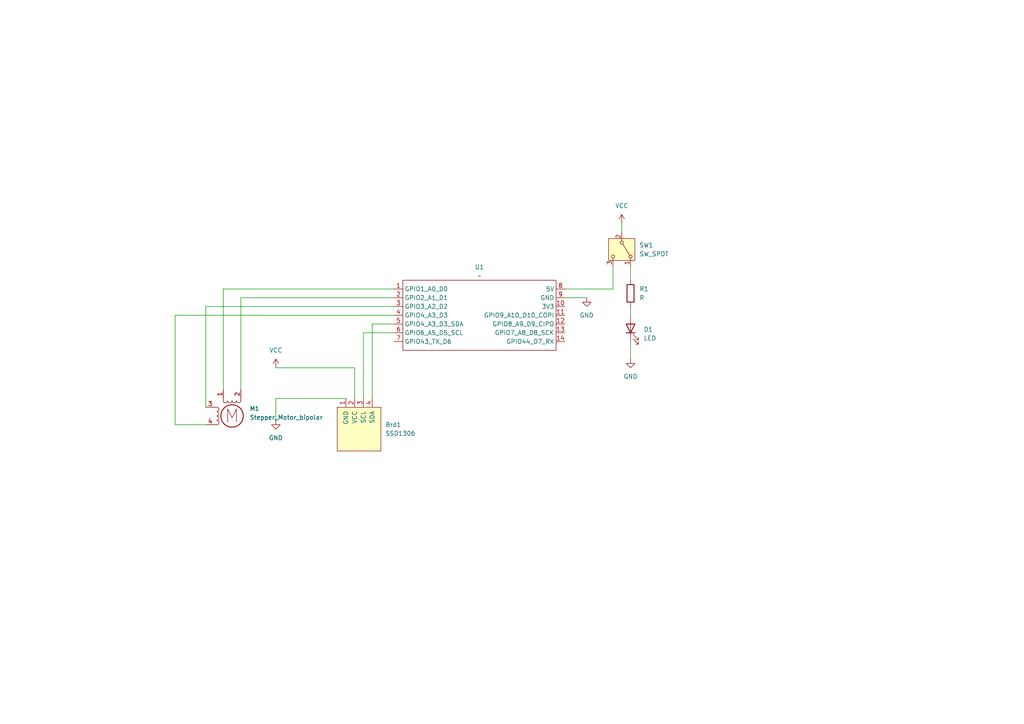
<source format=kicad_sch>
(kicad_sch (version 20231120) (generator "eeschema") (generator_version "8.0")
  (paper "A4")
  (lib_symbols
    (symbol "Device:LED" (pin_numbers hide) (pin_names (offset 1.016) hide)
      (property "Reference" "D" (at 0 2.54 0))
      (property "Value" "LED" (at 0 -2.54 0))
      (symbol "LED_0_1"
        (polyline (pts (xy -1.27 -1.27) (xy -1.27 1.27)) (stroke (width 0.254)))
        (polyline (pts (xy -1.27 0) (xy 1.27 0)))
        (polyline (pts (xy 1.27 -1.27) (xy 1.27 1.27) (xy -1.27 0) (xy 1.27 -1.27)) (stroke (width 0.254)))
        (polyline (pts (xy -3.048 -0.762) (xy -4.572 -2.286) (xy -3.81 -2.286) (xy -4.572 -2.286) (xy -4.572 -1.524)))
        (polyline (pts (xy -1.778 -0.762) (xy -3.302 -2.286) (xy -2.54 -2.286) (xy -3.302 -2.286) (xy -3.302 -1.524)))
      )
      (symbol "LED_1_1"
        (pin passive line (at -3.81 0 0) (length 2.54) (name "K") (number "1"))
        (pin passive line (at 3.81 0 180) (length 2.54) (name "A") (number "2"))
      )
    )
    (symbol "Device:R" (pin_numbers hide) (pin_names (offset 0))
      (property "Reference" "R" (at 2.032 0 90))
      (property "Value" "R" (at 0 0 90))
      (symbol "R_0_1"
        (rectangle (start -1.016 -2.54) (end 1.016 2.54) (stroke (width 0.254)))
      )
      (symbol "R_1_1"
        (pin passive line (at 0 3.81 270) (length 1.27) (name "~") (number "1"))
        (pin passive line (at 0 -3.81 90) (length 1.27) (name "~") (number "2"))
      )
    )
    (symbol "Motor:Stepper_Motor_bipolar" (pin_names (offset 0) hide)
      (property "Reference" "M" (at 3.81 2.54 0))
      (property "Value" "Stepper_Motor_bipolar" (at 3.81 1.27 0))
      (symbol "Stepper_Motor_bipolar_0_0"
        (polyline (pts (xy -1.27 -1.778) (xy -1.27 2.032) (xy 0 -0.508) (xy 1.27 2.032) (xy 1.27 -1.778)))
      )
      (symbol "Stepper_Motor_bipolar_0_1"
        (arc (start -4.445 -2.54) (mid -3.8127 -1.905) (end -4.445 -1.27))
        (arc (start -4.445 -1.27) (mid -3.8127 -0.635) (end -4.445 0))
        (arc (start -4.445 0) (mid -3.8127 0.635) (end -4.445 1.27))
        (arc (start -4.445 1.27) (mid -3.8127 1.905) (end -4.445 2.54))
        (arc (start -2.54 4.445) (mid -1.905 3.8127) (end -1.27 4.445))
        (arc (start -1.27 4.445) (mid -0.635 3.8127) (end 0 4.445))
        (polyline (pts (xy -5.08 -2.54) (xy -4.445 -2.54)))
        (polyline (pts (xy -5.08 2.54) (xy -4.445 2.54)))
        (polyline (pts (xy -2.54 5.08) (xy -2.54 4.445)))
        (polyline (pts (xy 2.54 5.08) (xy 2.54 4.445)))
        (circle (center 0 0) (radius 3.2512) (stroke (width 0.254)))
        (arc (start 0 4.445) (mid 0.635 3.8127) (end 1.27 4.445))
        (arc (start 1.27 4.445) (mid 1.905 3.8127) (end 2.54 4.445))
      )
      (symbol "Stepper_Motor_bipolar_1_1"
        (pin passive line (at -2.54 7.62 270) (length 2.54) (name "~") (number "1"))
        (pin passive line (at 2.54 7.62 270) (length 2.54) (name "-") (number "2"))
        (pin passive line (at -7.62 2.54 0) (length 2.54) (name "~") (number "3"))
        (pin passive line (at -7.62 -2.54 0) (length 2.54) (name "~") (number "4"))
      )
    )
    (symbol "SSD1306:SSD1306" (pin_names (offset 1.016))
      (property "Reference" "Brd" (at 0 -3.81 0))
      (property "Value" "SSD1306" (at 0 -1.27 0))
      (symbol "SSD1306_0_1"
        (rectangle (start -6.35 6.35) (end 6.35 -6.35) (fill (type background)))
      )
      (symbol "SSD1306_1_1"
        (pin input line (at -3.81 8.89 270) (length 2.54) (name "GND") (number "1"))
        (pin input line (at -1.27 8.89 270) (length 2.54) (name "VCC") (number "2"))
        (pin input line (at 1.27 8.89 270) (length 2.54) (name "SCL") (number "3"))
        (pin input line (at 3.81 8.89 270) (length 2.54) (name "SDA") (number "4"))
      )
    )
    (symbol "Switch:SW_SPDT" (pin_names (offset 0) hide)
      (property "Reference" "SW" (at 0 5.08 0))
      (property "Value" "SW_SPDT" (at 0 -5.08 0))
      (symbol "SW_SPDT_0_1"
        (circle (center -2.032 0) (radius 0.4572))
        (polyline (pts (xy -1.651 0.254) (xy 1.651 2.286)))
        (circle (center 2.032 -2.54) (radius 0.4572))
        (circle (center 2.032 2.54) (radius 0.4572))
      )
      (symbol "SW_SPDT_1_1"
        (rectangle (start -3.175 3.81) (end 3.175 -3.81) (fill (type background)))
        (pin passive line (at 5.08 2.54 180) (length 2.54) (name "A") (number "1"))
        (pin passive line (at -5.08 0 0) (length 2.54) (name "B") (number "2"))
        (pin passive line (at 5.08 -2.54 180) (length 2.54) (name "C") (number "3"))
      )
    )
    (symbol "XIAO ESP32:XIAO_ESP32_SENSE"
      (property "Reference" "U" (at 0 0 0))
      (symbol "XIAO_ESP32_SENSE_0_1"
        (polyline (pts (xy -20.32 8.89) (xy -20.32 -11.43) (xy 24.13 -11.43) (xy 24.13 8.89) (xy -20.32 8.89)))
      )
      (symbol "XIAO_ESP32_SENSE_1_1"
        (pin bidirectional line (at -22.86 6.35 0) (length 2.54) (name "GPIO1_A0_D0") (number "1"))
        (pin bidirectional line (at 26.67 1.27 180) (length 2.54) (name "3V3") (number "10"))
        (pin bidirectional line (at 26.67 -1.27 180) (length 2.54) (name "GPIO9_A10_D10_COPI") (number "11"))
        (pin bidirectional line (at 26.67 -3.81 180) (length 2.54) (name "GPIO8_A9_D9_CIPO") (number "12"))
        (pin bidirectional line (at 26.67 -6.35 180) (length 2.54) (name "GPIO7_A8_D8_SCK") (number "13"))
        (pin bidirectional line (at 26.67 -8.89 180) (length 2.54) (name "GPIO44_D7_RX") (number "14"))
        (pin bidirectional line (at -22.86 3.81 0) (length 2.54) (name "GPIO2_A1_D1") (number "2"))
        (pin bidirectional line (at -22.86 1.27 0) (length 2.54) (name "GPIO3_A2_D2") (number "3"))
        (pin bidirectional line (at -22.86 -1.27 0) (length 2.54) (name "GPIO4_A3_D3") (number "4"))
        (pin bidirectional line (at -22.86 -3.81 0) (length 2.54) (name "GPIO4_A3_D3_SDA") (number "5"))
        (pin bidirectional line (at -22.86 -6.35 0) (length 2.54) (name "GPIO6_A5_D5_SCL") (number "6"))
        (pin bidirectional line (at -22.86 -8.89 0) (length 2.54) (name "GPIO43_TX_D6") (number "7"))
        (pin bidirectional line (at 26.67 6.35 180) (length 2.54) (name "5V") (number "8"))
        (pin bidirectional line (at 26.67 3.81 180) (length 2.54) (name "GND") (number "9"))
      )
    )
    (symbol "power:GND" (power) (pin_numbers hide) (pin_names (offset 0) hide)
      (property "Value" "GND" (at 0 -3.81 0))
      (symbol "GND_0_1"
        (polyline (pts (xy 0 0) (xy 0 -1.27) (xy 1.27 -1.27) (xy 0 -2.54) (xy -1.27 -1.27) (xy 0 -1.27)))
      )
      (symbol "GND_1_1"
        (pin power_in line (at 0 0 270) (length 0) (name "~") (number "1"))
      )
    )
    (symbol "power:VCC" (power) (pin_numbers hide) (pin_names (offset 0) hide)
      (property "Value" "VCC" (at 0 3.556 0))
      (symbol "VCC_0_1"
        (polyline (pts (xy -0.762 1.27) (xy 0 2.54)))
        (polyline (pts (xy 0 0) (xy 0 2.54)))
        (polyline (pts (xy 0 2.54) (xy 0.762 1.27)))
      )
      (symbol "VCC_1_1"
        (pin power_in line (at 0 0 90) (length 0) (name "~") (number "1"))
      )
    )
  )
  (wire (pts (xy 50.8 123.19) (xy 50.8 91.44)))
  (wire (pts (xy 107.95 115.57) (xy 107.95 93.98)))
  (wire (pts (xy 163.83 86.36) (xy 170.18 86.36)))
  (wire (pts (xy 102.87 106.68) (xy 102.87 115.57)))
  (wire (pts (xy 64.77 113.03) (xy 64.77 83.82)))
  (wire (pts (xy 69.85 86.36) (xy 114.3 86.36)))
  (wire (pts (xy 107.95 93.98) (xy 114.3 93.98)))
  (wire (pts (xy 80.01 106.68) (xy 102.87 106.68)))
  (wire (pts (xy 105.41 115.57) (xy 105.41 96.52)))
  (wire (pts (xy 180.34 64.77) (xy 180.34 67.31)))
  (wire (pts (xy 59.69 123.19) (xy 50.8 123.19)))
  (wire (pts (xy 182.88 88.9) (xy 182.88 91.44)))
  (wire (pts (xy 80.01 115.57) (xy 100.33 115.57)))
  (wire (pts (xy 59.69 118.11) (xy 59.69 88.9)))
  (wire (pts (xy 69.85 113.03) (xy 69.85 86.36)))
  (wire (pts (xy 105.41 96.52) (xy 114.3 96.52)))
  (wire (pts (xy 50.8 91.44) (xy 114.3 91.44)))
  (wire (pts (xy 182.88 77.47) (xy 182.88 81.28)))
  (wire (pts (xy 163.83 83.82) (xy 177.8 83.82)))
  (wire (pts (xy 177.8 83.82) (xy 177.8 77.47)))
  (wire (pts (xy 59.69 88.9) (xy 114.3 88.9)))
  (wire (pts (xy 64.77 83.82) (xy 114.3 83.82)))
  (wire (pts (xy 80.01 121.92) (xy 80.01 115.57)))
  (wire (pts (xy 182.88 99.06) (xy 182.88 104.14)))
  (symbol (lib_id "Device:R") (at 182.88 85.09 0) (unit 1)
    (property "Reference" "R1" (at 185.42 83.8199 0) (effects (justify left)))
    (property "Value" "R" (at 185.42 86.3599 0) (effects (justify left)))
    (property "Description" "Resistor" (effects (hide yes)))
  )
  (symbol (lib_id "power:GND") (at 182.88 104.14 0) (unit 1)
    (property "Reference" "#PWR02" (effects (hide yes)))
    (property "Value" "GND" (at 182.88 109.22 0))
    (property "Description" "Power symbol creates a global label with name \"GND\" , ground" (effects (hide yes)))
  )
  (symbol (lib_id "Motor:Stepper_Motor_bipolar") (at 67.31 120.65 0) (unit 1)
    (property "Reference" "M1" (at 72.39 118.529 0) (effects (justify left)))
    (property "Value" "Stepper_Motor_bipolar" (at 72.39 121.069 0) (effects (justify left)))
    (property "Datasheet" "http://www.infineon.com/dgdl/Application-Note-TLE8110EE_driving_UniPolarStepperMotor_V1.1.pdf?fileId=db3a30431be39b97011be5d0aa0a00b0" (effects (hide yes)))
    (property "Description" "4-wire bipolar stepper motor" (effects (hide yes)))
  )
  (symbol (lib_id "XIAO ESP32:XIAO_ESP32_SENSE") (at 137.16 90.17 0) (unit 1)
    (property "Reference" "U1" (at 139.065 77.47 0))
    (property "Value" "~" (at 139.065 80.01 0))
  )
  (symbol (lib_id "SSD1306:SSD1306") (at 104.14 124.46 0) (unit 1)
    (property "Reference" "Brd1" (at 111.76 123.1899 0) (effects (justify left)))
    (property "Value" "SSD1306" (at 111.76 125.7299 0) (effects (justify left)))
    (property "Description" "SSD1306 OLED" (effects (hide yes)))
  )
  (symbol (lib_id "power:VCC") (at 180.34 64.77 0) (unit 1)
    (property "Reference" "#PWR01" (effects (hide yes)))
    (property "Value" "VCC" (at 180.34 59.69 0))
    (property "Description" "Power symbol creates a global label with name \"VCC\"" (effects (hide yes)))
  )
  (symbol (lib_id "Switch:SW_SPDT") (at 180.34 72.39 270) (unit 1)
    (property "Reference" "SW1" (at 185.42 71.1199 90) (effects (justify left)))
    (property "Value" "SW_SPDT" (at 185.42 73.6599 90) (effects (justify left)))
    (property "Description" "Switch, single pole double throw" (effects (hide yes)))
  )
  (symbol (lib_id "power:GND") (at 80.01 121.92 0) (unit 1)
    (property "Reference" "#PWR04" (effects (hide yes)))
    (property "Value" "GND" (at 80.01 127 0))
    (property "Description" "Power symbol creates a global label with name \"GND\" , ground" (effects (hide yes)))
  )
  (symbol (lib_id "Device:LED") (at 182.88 95.25 90) (unit 1)
    (property "Reference" "D1" (at 186.69 95.5674 90) (effects (justify right)))
    (property "Value" "LED" (at 186.69 98.1074 90) (effects (justify right)))
    (property "Description" "Light emitting diode" (effects (hide yes)))
  )
  (symbol (lib_id "power:GND") (at 170.18 86.36 0) (unit 1)
    (property "Reference" "#PWR05" (effects (hide yes)))
    (property "Value" "GND" (at 170.18 91.44 0))
    (property "Description" "Power symbol creates a global label with name \"GND\" , ground" (effects (hide yes)))
  )
  (symbol (lib_id "power:VCC") (at 80.01 106.68 0) (unit 1)
    (property "Reference" "#PWR03" (effects (hide yes)))
    (property "Value" "VCC" (at 80.01 101.6 0))
    (property "Description" "Power symbol creates a global label with name \"VCC\"" (effects (hide yes)))
  )
)
</source>
